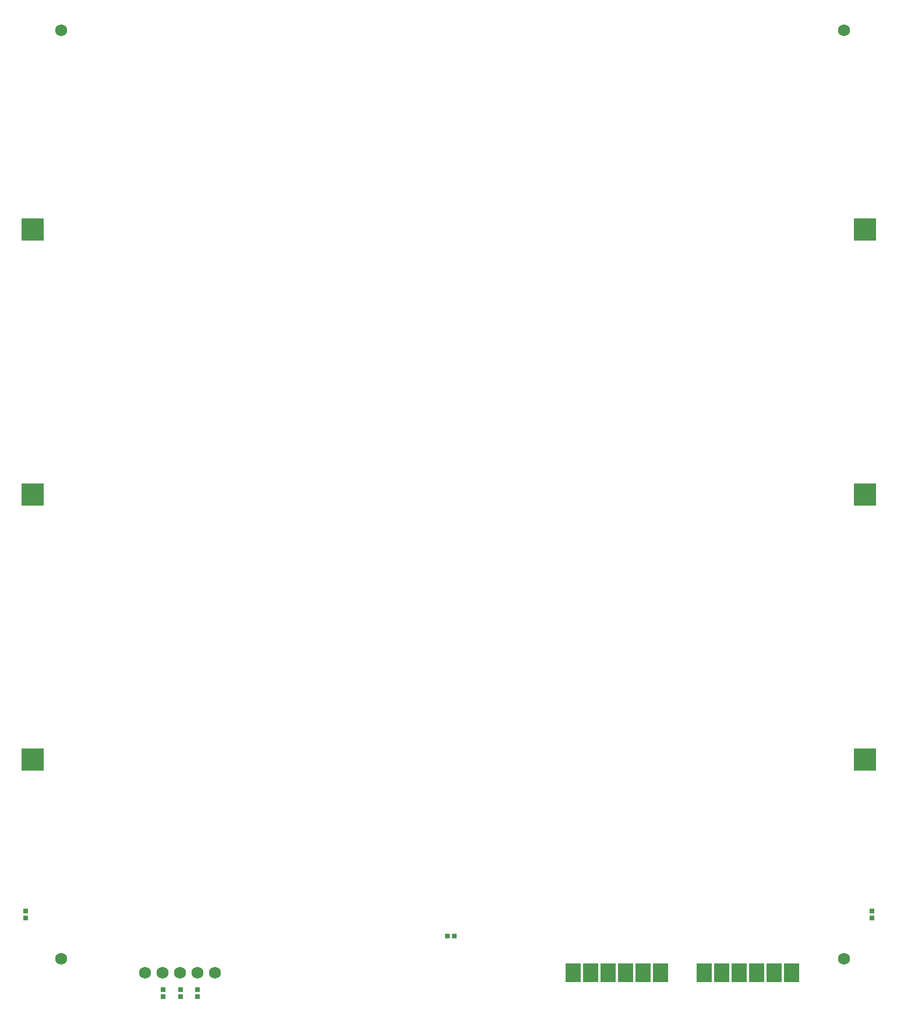
<source format=gts>
G04*
G04 #@! TF.GenerationSoftware,Altium Limited,Altium Designer,18.1.7 (191)*
G04*
G04 Layer_Color=8388736*
%FSLAX44Y44*%
%MOMM*%
G71*
G01*
G75*
%ADD16R,2.2032X2.7432*%
%ADD17R,0.8032X0.8032*%
%ADD18R,0.8032X0.8032*%
%ADD19R,3.2032X3.2032*%
%ADD20C,1.7272*%
D16*
X1155700Y479900D02*
D03*
X1346200D02*
D03*
X1181100D02*
D03*
X1473200D02*
D03*
X1397000D02*
D03*
X1447800D02*
D03*
X1422400D02*
D03*
X1282700D02*
D03*
X1257300D02*
D03*
X1206500D02*
D03*
X1371600D02*
D03*
X1231900D02*
D03*
D17*
X560000Y455080D02*
D03*
Y444920D02*
D03*
X360000Y559920D02*
D03*
Y570080D02*
D03*
X585000Y455080D02*
D03*
Y444920D02*
D03*
X610000Y455080D02*
D03*
Y444920D02*
D03*
X1590000Y559920D02*
D03*
Y570080D02*
D03*
D18*
X982980Y533400D02*
D03*
X972820D02*
D03*
D19*
X1580000Y1175000D02*
D03*
Y790000D02*
D03*
X370000Y1175000D02*
D03*
Y790000D02*
D03*
X1580000Y1560000D02*
D03*
X370000D02*
D03*
D20*
X533400Y479900D02*
D03*
X558800D02*
D03*
X584200D02*
D03*
X609600D02*
D03*
X635000D02*
D03*
X1550000Y500000D02*
D03*
Y1850000D02*
D03*
X412000D02*
D03*
Y500000D02*
D03*
M02*

</source>
